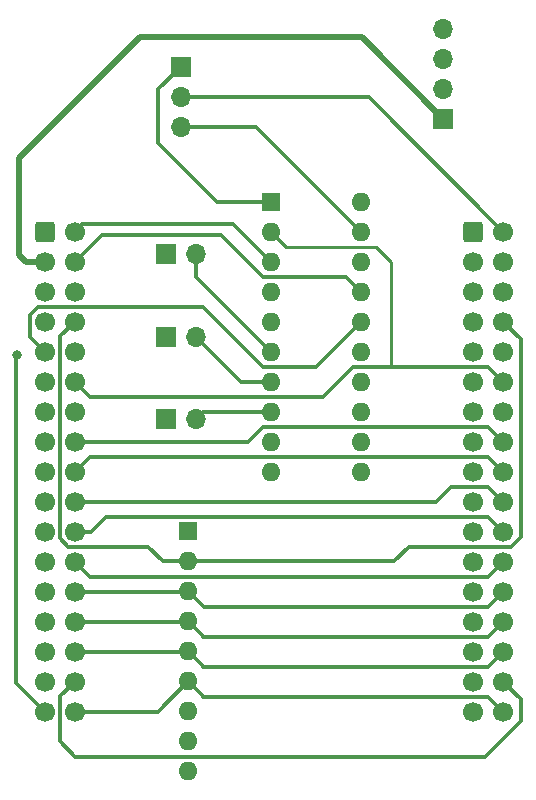
<source format=gbr>
%TF.GenerationSoftware,KiCad,Pcbnew,(6.0.10)*%
%TF.CreationDate,2023-01-22T20:40:01+02:00*%
%TF.ProjectId,ps2_media_sense_floppy_adapter,7073325f-6d65-4646-9961-5f73656e7365,rev?*%
%TF.SameCoordinates,Original*%
%TF.FileFunction,Copper,L1,Top*%
%TF.FilePolarity,Positive*%
%FSLAX46Y46*%
G04 Gerber Fmt 4.6, Leading zero omitted, Abs format (unit mm)*
G04 Created by KiCad (PCBNEW (6.0.10)) date 2023-01-22 20:40:01*
%MOMM*%
%LPD*%
G01*
G04 APERTURE LIST*
G04 Aperture macros list*
%AMRoundRect*
0 Rectangle with rounded corners*
0 $1 Rounding radius*
0 $2 $3 $4 $5 $6 $7 $8 $9 X,Y pos of 4 corners*
0 Add a 4 corners polygon primitive as box body*
4,1,4,$2,$3,$4,$5,$6,$7,$8,$9,$2,$3,0*
0 Add four circle primitives for the rounded corners*
1,1,$1+$1,$2,$3*
1,1,$1+$1,$4,$5*
1,1,$1+$1,$6,$7*
1,1,$1+$1,$8,$9*
0 Add four rect primitives between the rounded corners*
20,1,$1+$1,$2,$3,$4,$5,0*
20,1,$1+$1,$4,$5,$6,$7,0*
20,1,$1+$1,$6,$7,$8,$9,0*
20,1,$1+$1,$8,$9,$2,$3,0*%
G04 Aperture macros list end*
%TA.AperFunction,ComponentPad*%
%ADD10R,1.700000X1.700000*%
%TD*%
%TA.AperFunction,ComponentPad*%
%ADD11O,1.700000X1.700000*%
%TD*%
%TA.AperFunction,ComponentPad*%
%ADD12RoundRect,0.250000X-0.600000X-0.600000X0.600000X-0.600000X0.600000X0.600000X-0.600000X0.600000X0*%
%TD*%
%TA.AperFunction,ComponentPad*%
%ADD13C,1.700000*%
%TD*%
%TA.AperFunction,ComponentPad*%
%ADD14R,1.600000X1.600000*%
%TD*%
%TA.AperFunction,ComponentPad*%
%ADD15O,1.600000X1.600000*%
%TD*%
%TA.AperFunction,ViaPad*%
%ADD16C,0.800000*%
%TD*%
%TA.AperFunction,Conductor*%
%ADD17C,0.300000*%
%TD*%
%TA.AperFunction,Conductor*%
%ADD18C,0.500000*%
%TD*%
%TA.AperFunction,Conductor*%
%ADD19C,0.250000*%
%TD*%
G04 APERTURE END LIST*
D10*
%TO.P,JP2,1,A*%
%TO.N,GND*%
X106040000Y-56515000D03*
D11*
%TO.P,JP2,2,B*%
%TO.N,Net-(JP2-Pad2)*%
X108580000Y-56515000D03*
%TD*%
D12*
%TO.P,J1,1,Pin_1*%
%TO.N,GND*%
X95767500Y-54610000D03*
D13*
%TO.P,J1,2,Pin_2*%
%TO.N,/DRATE1*%
X98307500Y-54610000D03*
%TO.P,J1,3,Pin_3*%
%TO.N,+5V*%
X95767500Y-57150000D03*
%TO.P,J1,4,Pin_4*%
%TO.N,/DTYPE1*%
X98307500Y-57150000D03*
%TO.P,J1,5,Pin_5*%
%TO.N,GND*%
X95767500Y-59690000D03*
%TO.P,J1,6,Pin_6*%
%TO.N,+12V*%
X98307500Y-59690000D03*
%TO.P,J1,7,Pin_7*%
%TO.N,GND*%
X95767500Y-62230000D03*
%TO.P,J1,8,Pin_8*%
%TO.N,/INDEX*%
X98307500Y-62230000D03*
%TO.P,J1,9,Pin_9*%
%TO.N,/DTYPE0*%
X95767500Y-64770000D03*
%TO.P,J1,10,Pin_10*%
%TO.N,unconnected-(J1-Pad10)*%
X98307500Y-64770000D03*
%TO.P,J1,11,Pin_11*%
%TO.N,GND*%
X95767500Y-67310000D03*
%TO.P,J1,12,Pin_12*%
%TO.N,/DSEL*%
X98307500Y-67310000D03*
%TO.P,J1,13,Pin_13*%
%TO.N,GND*%
X95767500Y-69850000D03*
%TO.P,J1,14,Pin_14*%
%TO.N,unconnected-(J1-Pad14)*%
X98307500Y-69850000D03*
%TO.P,J1,15,Pin_15*%
%TO.N,GND*%
X95767500Y-72390000D03*
%TO.P,J1,16,Pin_16*%
%TO.N,/MOT_EN*%
X98307500Y-72390000D03*
%TO.P,J1,17,Pin_17*%
%TO.N,/MT_ID1*%
X95767500Y-74930000D03*
%TO.P,J1,18,Pin_18*%
%TO.N,/DIR*%
X98307500Y-74930000D03*
%TO.P,J1,19,Pin_19*%
%TO.N,GND*%
X95767500Y-77470000D03*
%TO.P,J1,20,Pin_20*%
%TO.N,/STEP*%
X98307500Y-77470000D03*
%TO.P,J1,21,Pin_21*%
%TO.N,GND*%
X95767500Y-80010000D03*
%TO.P,J1,22,Pin_22*%
%TO.N,/WDATA*%
X98307500Y-80010000D03*
%TO.P,J1,23,Pin_23*%
%TO.N,GND*%
X95767500Y-82550000D03*
%TO.P,J1,24,Pin_24*%
%TO.N,/WENABLE*%
X98307500Y-82550000D03*
%TO.P,J1,25,Pin_25*%
%TO.N,GND*%
X95767500Y-85090000D03*
%TO.P,J1,26,Pin_26*%
%TO.N,/TRACK0*%
X98307500Y-85090000D03*
%TO.P,J1,27,Pin_27*%
%TO.N,/MT_ID0*%
X95767500Y-87630000D03*
%TO.P,J1,28,Pin_28*%
%TO.N,/WPROT*%
X98307500Y-87630000D03*
%TO.P,J1,29,Pin_29*%
%TO.N,GND*%
X95767500Y-90170000D03*
%TO.P,J1,30,Pin_30*%
%TO.N,/RDATA*%
X98307500Y-90170000D03*
%TO.P,J1,31,Pin_31*%
%TO.N,GND*%
X95767500Y-92710000D03*
%TO.P,J1,32,Pin_32*%
%TO.N,/H1SEL*%
X98307500Y-92710000D03*
%TO.P,J1,33,Pin_33*%
%TO.N,/DRATE0*%
X95767500Y-95250000D03*
%TO.P,J1,34,Pin_34*%
%TO.N,/DSKCHG*%
X98307500Y-95250000D03*
%TD*%
D10*
%TO.P,JP4,1,A*%
%TO.N,GND*%
X106040000Y-70485000D03*
D11*
%TO.P,JP4,2,B*%
%TO.N,Net-(JP4-Pad2)*%
X108580000Y-70485000D03*
%TD*%
D14*
%TO.P,U1,1,I1/CLK*%
%TO.N,Net-(JP1-Pad1)*%
X114935000Y-52070000D03*
D15*
%TO.P,U1,2,I2*%
%TO.N,/DSEL*%
X114935000Y-54610000D03*
%TO.P,U1,3,I3*%
%TO.N,/DRATE1*%
X114935000Y-57150000D03*
%TO.P,U1,4,I4*%
%TO.N,/DRATE0*%
X114935000Y-59690000D03*
%TO.P,U1,5,I5*%
%TO.N,unconnected-(U1-Pad5)*%
X114935000Y-62230000D03*
%TO.P,U1,6,I6*%
%TO.N,Net-(JP2-Pad2)*%
X114935000Y-64770000D03*
%TO.P,U1,7,I7*%
%TO.N,Net-(JP3-Pad2)*%
X114935000Y-67310000D03*
%TO.P,U1,8,I8*%
%TO.N,Net-(JP4-Pad2)*%
X114935000Y-69850000D03*
%TO.P,U1,9,I9*%
%TO.N,unconnected-(U1-Pad9)*%
X114935000Y-72390000D03*
%TO.P,U1,10,GND*%
%TO.N,GND*%
X114935000Y-74930000D03*
%TO.P,U1,11,I10/~{OE}*%
%TO.N,unconnected-(U1-Pad11)*%
X122555000Y-74930000D03*
%TO.P,U1,12,IO8*%
%TO.N,unconnected-(U1-Pad12)*%
X122555000Y-72390000D03*
%TO.P,U1,13,IO7*%
%TO.N,unconnected-(U1-Pad13)*%
X122555000Y-69850000D03*
%TO.P,U1,14,IO6*%
%TO.N,/MT_ID0*%
X122555000Y-67310000D03*
%TO.P,U1,15,IO5*%
%TO.N,/MT_ID1*%
X122555000Y-64770000D03*
%TO.P,U1,16,IO4*%
%TO.N,/DTYPE0*%
X122555000Y-62230000D03*
%TO.P,U1,17,I03*%
%TO.N,/DTYPE1*%
X122555000Y-59690000D03*
%TO.P,U1,18,IO2*%
%TO.N,unconnected-(U1-Pad18)*%
X122555000Y-57150000D03*
%TO.P,U1,19,IO1*%
%TO.N,Net-(JP1-Pad3)*%
X122555000Y-54610000D03*
%TO.P,U1,20,VCC*%
%TO.N,+5V*%
X122555000Y-52070000D03*
%TD*%
D10*
%TO.P,J3,1,Pin_1*%
%TO.N,+5V*%
X129540000Y-45075000D03*
D11*
%TO.P,J3,2,Pin_2*%
%TO.N,GND*%
X129540000Y-42535000D03*
%TO.P,J3,3,Pin_3*%
X129540000Y-39995000D03*
%TO.P,J3,4,Pin_4*%
%TO.N,+12V*%
X129540000Y-37455000D03*
%TD*%
D12*
%TO.P,J2,1,Pin_1*%
%TO.N,GND*%
X132080000Y-54610000D03*
D13*
%TO.P,J2,2,Pin_2*%
%TO.N,/HSEL*%
X134620000Y-54610000D03*
%TO.P,J2,3,Pin_3*%
%TO.N,GND*%
X132080000Y-57150000D03*
%TO.P,J2,4,Pin_4*%
%TO.N,unconnected-(J2-Pad4)*%
X134620000Y-57150000D03*
%TO.P,J2,5,Pin_5*%
%TO.N,unconnected-(J2-Pad5)*%
X132080000Y-59690000D03*
%TO.P,J2,6,Pin_6*%
%TO.N,unconnected-(J2-Pad6)*%
X134620000Y-59690000D03*
%TO.P,J2,7,Pin_7*%
%TO.N,GND*%
X132080000Y-62230000D03*
%TO.P,J2,8,Pin_8*%
%TO.N,/INDEX*%
X134620000Y-62230000D03*
%TO.P,J2,9,Pin_9*%
%TO.N,GND*%
X132080000Y-64770000D03*
%TO.P,J2,10,Pin_10*%
%TO.N,unconnected-(J2-Pad10)*%
X134620000Y-64770000D03*
%TO.P,J2,11,Pin_11*%
%TO.N,GND*%
X132080000Y-67310000D03*
%TO.P,J2,12,Pin_12*%
%TO.N,/DSEL*%
X134620000Y-67310000D03*
%TO.P,J2,13,Pin_13*%
%TO.N,GND*%
X132080000Y-69850000D03*
%TO.P,J2,14,Pin_14*%
%TO.N,unconnected-(J2-Pad14)*%
X134620000Y-69850000D03*
%TO.P,J2,15,Pin_15*%
%TO.N,GND*%
X132080000Y-72390000D03*
%TO.P,J2,16,Pin_16*%
%TO.N,/MOT_EN*%
X134620000Y-72390000D03*
%TO.P,J2,17,Pin_17*%
%TO.N,GND*%
X132080000Y-74930000D03*
%TO.P,J2,18,Pin_18*%
%TO.N,/DIR*%
X134620000Y-74930000D03*
%TO.P,J2,19,Pin_19*%
%TO.N,GND*%
X132080000Y-77470000D03*
%TO.P,J2,20,Pin_20*%
%TO.N,/STEP*%
X134620000Y-77470000D03*
%TO.P,J2,21,Pin_21*%
%TO.N,GND*%
X132080000Y-80010000D03*
%TO.P,J2,22,Pin_22*%
%TO.N,/WDATA*%
X134620000Y-80010000D03*
%TO.P,J2,23,Pin_23*%
%TO.N,GND*%
X132080000Y-82550000D03*
%TO.P,J2,24,Pin_24*%
%TO.N,/WENABLE*%
X134620000Y-82550000D03*
%TO.P,J2,25,Pin_25*%
%TO.N,GND*%
X132080000Y-85090000D03*
%TO.P,J2,26,Pin_26*%
%TO.N,/TRACK0*%
X134620000Y-85090000D03*
%TO.P,J2,27,Pin_27*%
%TO.N,GND*%
X132080000Y-87630000D03*
%TO.P,J2,28,Pin_28*%
%TO.N,/WPROT*%
X134620000Y-87630000D03*
%TO.P,J2,29,Pin_29*%
%TO.N,GND*%
X132080000Y-90170000D03*
%TO.P,J2,30,Pin_30*%
%TO.N,/RDATA*%
X134620000Y-90170000D03*
%TO.P,J2,31,Pin_31*%
%TO.N,GND*%
X132080000Y-92710000D03*
%TO.P,J2,32,Pin_32*%
%TO.N,/H1SEL*%
X134620000Y-92710000D03*
%TO.P,J2,33,Pin_33*%
%TO.N,GND*%
X132080000Y-95250000D03*
%TO.P,J2,34,Pin_34*%
%TO.N,/DSKCHG*%
X134620000Y-95250000D03*
%TD*%
D10*
%TO.P,JP3,1,A*%
%TO.N,GND*%
X106040000Y-63500000D03*
D11*
%TO.P,JP3,2,B*%
%TO.N,Net-(JP3-Pad2)*%
X108580000Y-63500000D03*
%TD*%
D14*
%TO.P,RN1,1,common*%
%TO.N,+5V*%
X107950000Y-79995000D03*
D15*
%TO.P,RN1,2,R1*%
%TO.N,/INDEX*%
X107950000Y-82535000D03*
%TO.P,RN1,3,R2*%
%TO.N,/TRACK0*%
X107950000Y-85075000D03*
%TO.P,RN1,4,R3*%
%TO.N,/WPROT*%
X107950000Y-87615000D03*
%TO.P,RN1,5,R4*%
%TO.N,/RDATA*%
X107950000Y-90155000D03*
%TO.P,RN1,6,R5*%
%TO.N,/DSKCHG*%
X107950000Y-92695000D03*
%TO.P,RN1,7,R6*%
%TO.N,unconnected-(RN1-Pad7)*%
X107950000Y-95235000D03*
%TO.P,RN1,8,R7*%
%TO.N,unconnected-(RN1-Pad8)*%
X107950000Y-97775000D03*
%TO.P,RN1,9,R8*%
%TO.N,unconnected-(RN1-Pad9)*%
X107950000Y-100315000D03*
%TD*%
D10*
%TO.P,JP1,1,A*%
%TO.N,Net-(JP1-Pad1)*%
X107315000Y-40655000D03*
D11*
%TO.P,JP1,2,C*%
%TO.N,/HSEL*%
X107315000Y-43195000D03*
%TO.P,JP1,3,B*%
%TO.N,Net-(JP1-Pad3)*%
X107315000Y-45735000D03*
%TD*%
D16*
%TO.N,/DRATE0*%
X93472000Y-65024000D03*
%TD*%
D17*
%TO.N,/DRATE1*%
X98942500Y-53975000D02*
X98307500Y-54610000D01*
X114935000Y-57150000D02*
X111760000Y-53975000D01*
X111760000Y-53975000D02*
X98942500Y-53975000D01*
D18*
%TO.N,+5V*%
X94183200Y-57150000D02*
X93599000Y-56565800D01*
X95767500Y-57150000D02*
X94183200Y-57150000D01*
X93599000Y-56565800D02*
X93599000Y-48412400D01*
X103860600Y-38150800D02*
X122615800Y-38150800D01*
X93599000Y-48412400D02*
X103860600Y-38150800D01*
X122615800Y-38150800D02*
X129540000Y-45075000D01*
D17*
%TO.N,/DSEL*%
X99577500Y-68580000D02*
X119380000Y-68580000D01*
D19*
X114935000Y-54610000D02*
X116205000Y-55880000D01*
X123825000Y-55880000D02*
X125095000Y-57150000D01*
D17*
X119380000Y-68580000D02*
X121920000Y-66040000D01*
X98307500Y-67310000D02*
X99577500Y-68580000D01*
X121920000Y-66040000D02*
X125095000Y-66040000D01*
X125095000Y-66040000D02*
X133350000Y-66040000D01*
D19*
X125095000Y-57150000D02*
X125095000Y-66040000D01*
X116205000Y-55880000D02*
X123825000Y-55880000D01*
D17*
X133350000Y-66040000D02*
X134620000Y-67310000D01*
%TO.N,/INDEX*%
X136093200Y-80441800D02*
X136093200Y-63703200D01*
X97053400Y-80543400D02*
X97790000Y-81280000D01*
X126593600Y-81305400D02*
X135229600Y-81305400D01*
X135229600Y-81305400D02*
X136093200Y-80441800D01*
X98307500Y-62230000D02*
X97053400Y-63484100D01*
X97790000Y-81280000D02*
X104546400Y-81280000D01*
X104546400Y-81280000D02*
X105801400Y-82535000D01*
X105801400Y-82535000D02*
X107950000Y-82535000D01*
X136093200Y-63703200D02*
X134620000Y-62230000D01*
X97053400Y-63484100D02*
X97053400Y-80543400D01*
X125364000Y-82535000D02*
X126593600Y-81305400D01*
X107950000Y-82535000D02*
X125364000Y-82535000D01*
%TO.N,/MOT_EN*%
X113030000Y-72390000D02*
X114300000Y-71120000D01*
X114300000Y-71120000D02*
X133350000Y-71120000D01*
X133350000Y-71120000D02*
X134620000Y-72390000D01*
X98307500Y-72390000D02*
X113030000Y-72390000D01*
%TO.N,/DIR*%
X98307500Y-74930000D02*
X99577500Y-73660000D01*
X133350000Y-73660000D02*
X134620000Y-74930000D01*
X99577500Y-73660000D02*
X133350000Y-73660000D01*
%TO.N,/STEP*%
X133350000Y-76200000D02*
X134620000Y-77470000D01*
X128905000Y-77470000D02*
X130175000Y-76200000D01*
X98307500Y-77470000D02*
X128905000Y-77470000D01*
X130175000Y-76200000D02*
X133350000Y-76200000D01*
%TO.N,/WDATA*%
X99695000Y-80010000D02*
X100965000Y-78740000D01*
X133350000Y-78740000D02*
X134620000Y-80010000D01*
X98307500Y-80010000D02*
X99695000Y-80010000D01*
X100965000Y-78740000D02*
X133350000Y-78740000D01*
%TO.N,/WENABLE*%
X133350000Y-83820000D02*
X134620000Y-82550000D01*
X99577500Y-83820000D02*
X133350000Y-83820000D01*
X98307500Y-82550000D02*
X99577500Y-83820000D01*
%TO.N,/TRACK0*%
X134620000Y-85090000D02*
X133350000Y-86360000D01*
X109235000Y-86360000D02*
X107950000Y-85075000D01*
X98307500Y-85090000D02*
X107935000Y-85090000D01*
X107935000Y-85090000D02*
X107950000Y-85075000D01*
X133350000Y-86360000D02*
X109235000Y-86360000D01*
%TO.N,/DTYPE1*%
X100593500Y-54864000D02*
X98307500Y-57150000D01*
X110744000Y-54864000D02*
X100593500Y-54864000D01*
X122555000Y-59690000D02*
X121285000Y-58420000D01*
X114300000Y-58420000D02*
X110744000Y-54864000D01*
X121285000Y-58420000D02*
X114300000Y-58420000D01*
%TO.N,/WPROT*%
X109220000Y-88900000D02*
X133350000Y-88900000D01*
X107950000Y-87615000D02*
X109220000Y-88885000D01*
X107935000Y-87630000D02*
X107950000Y-87615000D01*
X133350000Y-88900000D02*
X134620000Y-87630000D01*
X98307500Y-87630000D02*
X107935000Y-87630000D01*
X109220000Y-88885000D02*
X109220000Y-88900000D01*
%TO.N,/RDATA*%
X109220000Y-91425000D02*
X109220000Y-91440000D01*
X107950000Y-90155000D02*
X109220000Y-91425000D01*
X109220000Y-91440000D02*
X133350000Y-91440000D01*
X133350000Y-91440000D02*
X134620000Y-90170000D01*
X107935000Y-90170000D02*
X107950000Y-90155000D01*
X98307500Y-90170000D02*
X107935000Y-90170000D01*
%TO.N,/H1SEL*%
X97053400Y-97739200D02*
X97053400Y-93964100D01*
X133096000Y-99060000D02*
X98374200Y-99060000D01*
X136118600Y-94208600D02*
X136118600Y-96037400D01*
X134620000Y-92710000D02*
X136118600Y-94208600D01*
X98374200Y-99060000D02*
X97053400Y-97739200D01*
X97053400Y-93964100D02*
X98307500Y-92710000D01*
X136118600Y-96037400D02*
X133096000Y-99060000D01*
%TO.N,/DRATE0*%
X93345000Y-92827500D02*
X93345000Y-65151000D01*
X95767500Y-95250000D02*
X93345000Y-92827500D01*
%TO.N,/DSKCHG*%
X98307500Y-95250000D02*
X105395000Y-95250000D01*
X107950000Y-92695000D02*
X109220000Y-93965000D01*
X109220000Y-93980000D02*
X133350000Y-93980000D01*
X133350000Y-93980000D02*
X134620000Y-95250000D01*
X105395000Y-95250000D02*
X107950000Y-92695000D01*
X109220000Y-93965000D02*
X109220000Y-93980000D01*
%TO.N,/DTYPE0*%
X118745000Y-66040000D02*
X122555000Y-62230000D01*
X95250000Y-60960000D02*
X109220000Y-60960000D01*
X94567500Y-61642500D02*
X95250000Y-60960000D01*
X94567500Y-63570000D02*
X94567500Y-61642500D01*
X114300000Y-66040000D02*
X118745000Y-66040000D01*
X109220000Y-60960000D02*
X114300000Y-66040000D01*
X95767500Y-64770000D02*
X94567500Y-63570000D01*
%TO.N,/HSEL*%
X123205000Y-43195000D02*
X107315000Y-43195000D01*
X134620000Y-54610000D02*
X123205000Y-43195000D01*
%TO.N,Net-(JP1-Pad1)*%
X107315000Y-40655000D02*
X107300000Y-40655000D01*
X107300000Y-40655000D02*
X105410000Y-42545000D01*
X110363000Y-52070000D02*
X114935000Y-52070000D01*
X105410000Y-42545000D02*
X105410000Y-47117000D01*
X105410000Y-47117000D02*
X110363000Y-52070000D01*
%TO.N,Net-(JP1-Pad3)*%
X113680000Y-45735000D02*
X122555000Y-54610000D01*
X107315000Y-45735000D02*
X113680000Y-45735000D01*
%TO.N,Net-(JP2-Pad2)*%
X108580000Y-58415000D02*
X114935000Y-64770000D01*
X108580000Y-56515000D02*
X108580000Y-58415000D01*
%TO.N,Net-(JP3-Pad2)*%
X112390000Y-67310000D02*
X108580000Y-63500000D01*
X114935000Y-67310000D02*
X112390000Y-67310000D01*
%TO.N,Net-(JP4-Pad2)*%
X114935000Y-69850000D02*
X109215000Y-69850000D01*
X109215000Y-69850000D02*
X108580000Y-70485000D01*
%TD*%
M02*

</source>
